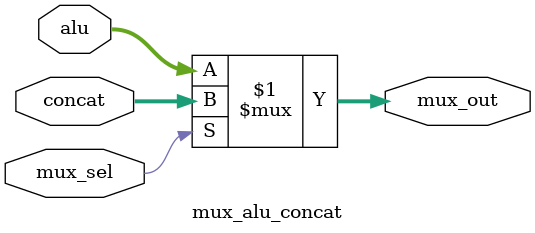
<source format=v>
`timescale 1ns / 1ps
module mux_alu_concat(
    input [31:0] alu,
    input [31:0] concat,
	 input mux_sel,
    output [31:0] mux_out
    );

	 assign mux_out = (mux_sel) ? concat : alu;

endmodule

</source>
